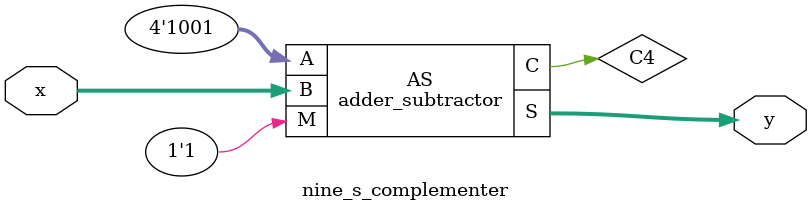
<source format=sv>

module fulladder (S, C, x, y, cin);
   input x, y, cin;
   output S, C;

   //internal signals 
   wire S1, D1, D2;

   //Instantiate the half adders 
    halfadder    HA1 (S1, D1, x, y); 
    halfadder    HA2 (S, D2, S1, cin);
    or U3(C, D2, D1);

endmodule

module halfadder (S, C, x, y);
   input x, y;
   output S, C;

//Instantiate primitive gates
   xor U1(S, x, y);
   and U2(C, x, y);

endmodule

module four_bit_adder (S, C4, A, B, Cin);
   input [3:0] A,B;
   input Cin;
   output [3:0] S; 
   output C4;
  
  
//Declare intermediate carries
 wire C1, C2, C3;
  
//Instantiate the fulladder 
  fulladder FA0(S[0], C1, A[0], B[0], Cin);
  fulladder FA1(S[1], C2, A[1], B[1], C1);
  fulladder FA2(S[2], C3, A[2], B[2], C2);
  fulladder FA3(S[3], C4, A[3], B[3], C3);
  
endmodule

module adder_subtractor(S, C, A, B, M);
   input [3:0] A,B;
   input M;  
   output [3:0] S;  
   output C;
  
   //Declare outputs of XOR gates
  wire [3:0]N;
  
  // Instantiate the XOR gates
  xor XOR0(N[0],B[0], M);
  xor XOR1(N[1],B[1], M);
  xor XOR2(N[2],B[2], M);
  xor XOR3(N[3],B[3], M);
  
  // Declare carry
  wire C4;
  
  // Instantiate the 4-bit full adder
  four_bit_adder FBA(S, C4, A, N, M);
  
endmodule

module nine_s_complementer (x,y);
  input [3:0] x;
  output [3:0] y;
  
  // Declare wire
  wire C4;
  
  // Instantiate the nine_s_complementer
  adder_subtractor AS(y, C4, 9, x, 1);
endmodule
</source>
